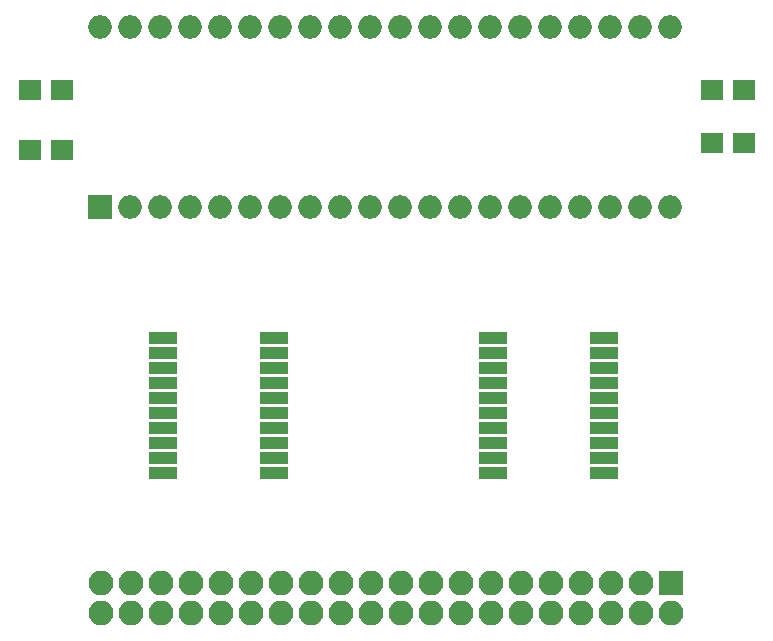
<source format=gbr>
G04 #@! TF.FileFunction,Soldermask,Bot*
%FSLAX46Y46*%
G04 Gerber Fmt 4.6, Leading zero omitted, Abs format (unit mm)*
G04 Created by KiCad (PCBNEW 4.0.7) date 01/21/18 21:19:11*
%MOMM*%
%LPD*%
G01*
G04 APERTURE LIST*
%ADD10C,0.100000*%
%ADD11R,2.000000X2.000000*%
%ADD12O,2.000000X2.000000*%
%ADD13R,2.100000X2.100000*%
%ADD14O,2.100000X2.100000*%
%ADD15R,1.900000X1.700000*%
%ADD16R,2.350000X1.000000*%
G04 APERTURE END LIST*
D10*
D11*
X101092000Y-81026000D03*
D12*
X149352000Y-65786000D03*
X103632000Y-81026000D03*
X146812000Y-65786000D03*
X106172000Y-81026000D03*
X144272000Y-65786000D03*
X108712000Y-81026000D03*
X141732000Y-65786000D03*
X111252000Y-81026000D03*
X139192000Y-65786000D03*
X113792000Y-81026000D03*
X136652000Y-65786000D03*
X116332000Y-81026000D03*
X134112000Y-65786000D03*
X118872000Y-81026000D03*
X131572000Y-65786000D03*
X121412000Y-81026000D03*
X129032000Y-65786000D03*
X123952000Y-81026000D03*
X126492000Y-65786000D03*
X126492000Y-81026000D03*
X123952000Y-65786000D03*
X129032000Y-81026000D03*
X121412000Y-65786000D03*
X131572000Y-81026000D03*
X118872000Y-65786000D03*
X134112000Y-81026000D03*
X116332000Y-65786000D03*
X136652000Y-81026000D03*
X113792000Y-65786000D03*
X139192000Y-81026000D03*
X111252000Y-65786000D03*
X141732000Y-81026000D03*
X108712000Y-65786000D03*
X144272000Y-81026000D03*
X106172000Y-65786000D03*
X146812000Y-81026000D03*
X103632000Y-65786000D03*
X149352000Y-81026000D03*
X101092000Y-65786000D03*
D13*
X149454000Y-112878000D03*
D14*
X149454000Y-115418000D03*
X146914000Y-112878000D03*
X146914000Y-115418000D03*
X144374000Y-112878000D03*
X144374000Y-115418000D03*
X141834000Y-112878000D03*
X141834000Y-115418000D03*
X139294000Y-112878000D03*
X139294000Y-115418000D03*
X136754000Y-112878000D03*
X136754000Y-115418000D03*
X134214000Y-112878000D03*
X134214000Y-115418000D03*
X131674000Y-112878000D03*
X131674000Y-115418000D03*
X129134000Y-112878000D03*
X129134000Y-115418000D03*
X126594000Y-112878000D03*
X126594000Y-115418000D03*
X124054000Y-112878000D03*
X124054000Y-115418000D03*
X121514000Y-112878000D03*
X121514000Y-115418000D03*
X118974000Y-112878000D03*
X118974000Y-115418000D03*
X116434000Y-112878000D03*
X116434000Y-115418000D03*
X113894000Y-112878000D03*
X113894000Y-115418000D03*
X111354000Y-112878000D03*
X111354000Y-115418000D03*
X108814000Y-112878000D03*
X108814000Y-115418000D03*
X106274000Y-112878000D03*
X106274000Y-115418000D03*
X103734000Y-112878000D03*
X103734000Y-115418000D03*
X101194000Y-112878000D03*
X101194000Y-115418000D03*
D15*
X97870000Y-76200000D03*
X95170000Y-76200000D03*
X97870000Y-71120000D03*
X95170000Y-71120000D03*
X152955000Y-71120000D03*
X155655000Y-71120000D03*
X152955000Y-75565000D03*
X155655000Y-75565000D03*
D16*
X143765000Y-92075000D03*
X143765000Y-93345000D03*
X143765000Y-94615000D03*
X143765000Y-95885000D03*
X143765000Y-97155000D03*
X143765000Y-98425000D03*
X143765000Y-99695000D03*
X143765000Y-100965000D03*
X143765000Y-102235000D03*
X143765000Y-103505000D03*
X134365000Y-103505000D03*
X134365000Y-102235000D03*
X134365000Y-100965000D03*
X134365000Y-99695000D03*
X134365000Y-98425000D03*
X134365000Y-97155000D03*
X134365000Y-95885000D03*
X134365000Y-94615000D03*
X134365000Y-93345000D03*
X134365000Y-92075000D03*
X115825000Y-92075000D03*
X115825000Y-93345000D03*
X115825000Y-94615000D03*
X115825000Y-95885000D03*
X115825000Y-97155000D03*
X115825000Y-98425000D03*
X115825000Y-99695000D03*
X115825000Y-100965000D03*
X115825000Y-102235000D03*
X115825000Y-103505000D03*
X106425000Y-103505000D03*
X106425000Y-102235000D03*
X106425000Y-100965000D03*
X106425000Y-99695000D03*
X106425000Y-98425000D03*
X106425000Y-97155000D03*
X106425000Y-95885000D03*
X106425000Y-94615000D03*
X106425000Y-93345000D03*
X106425000Y-92075000D03*
M02*

</source>
